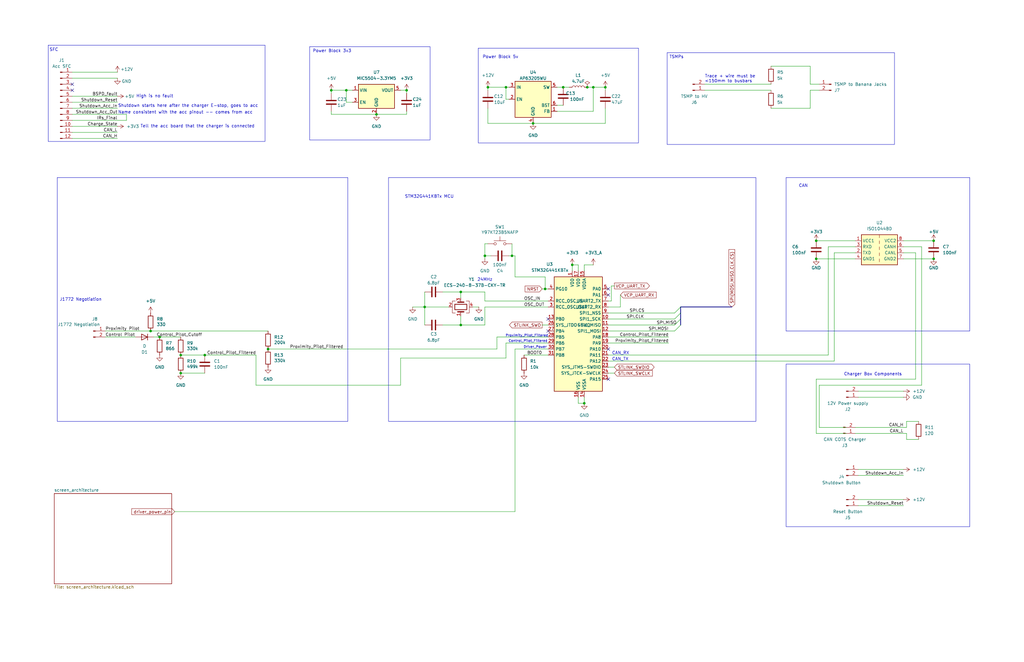
<source format=kicad_sch>
(kicad_sch (version 20250114) (generator "eeschema") (generator_version "9.0")
  (paper "B")
  (title_block (title "FS-4 Charging Board") (date "2026-01-16") (company "Formula Slug") (comment 1 "Mihir Bhagatwala, Amber Huang, Teddy Li, Mathis Delombaerde"))
  (lib_symbols
    (symbol "Connector:Conn_01x02_Pin" (pin_names (offset 1.016) (hide yes))
      (property "Reference" "J" (at 0 2.54 0))
      (property "Value" "Conn_01x02_Pin" (at 0 -5.08 0))
      (symbol "Conn_01x02_Pin_1_1"
        (pin passive line (at 5.08 0 180) (length 3.81) (name "Pin_1") (number "1"))
        (pin passive line (at 5.08 -2.54 180) (length 3.81) (name "Pin_2") (number "2"))
      )
    )
    (symbol "Connector:Conn_01x12_Pin" (pin_names (offset 1.016) (hide yes))
      (property "Reference" "J" (at 0 15.24 0))
      (property "Value" "Conn_01x12_Pin" (at 0 -17.78 0))
      (symbol "Conn_01x12_Pin_1_1"
        (pin passive line (at 5.08 12.7 180) (length 3.81) (name "Pin_1") (number "1"))
        (pin passive line (at 5.08 10.16 180) (length 3.81) (name "Pin_2") (number "2"))
        (pin passive line (at 5.08 7.62 180) (length 3.81) (name "Pin_3") (number "3"))
        (pin passive line (at 5.08 5.08 180) (length 3.81) (name "Pin_4") (number "4"))
        (pin passive line (at 5.08 2.54 180) (length 3.81) (name "Pin_5") (number "5"))
        (pin passive line (at 5.08 0 180) (length 3.81) (name "Pin_6") (number "6"))
        (pin passive line (at 5.08 -2.54 180) (length 3.81) (name "Pin_7") (number "7"))
        (pin passive line (at 5.08 -5.08 180) (length 3.81) (name "Pin_8") (number "8"))
        (pin passive line (at 5.08 -7.62 180) (length 3.81) (name "Pin_9") (number "9"))
        (pin passive line (at 5.08 -10.16 180) (length 3.81) (name "Pin_10") (number "10"))
        (pin passive line (at 5.08 -12.7 180) (length 3.81) (name "Pin_11") (number "11"))
        (pin passive line (at 5.08 -15.24 180) (length 3.81) (name "Pin_12") (number "12"))
      )
    )
    (symbol "Device:C" (pin_numbers (hide yes)) (pin_names (offset 0.254))
      (property "Reference" "C" (at 0.635 2.54 0))
      (property "Value" "C" (at 0.635 -2.54 0))
      (symbol "C_1_1"
        (pin passive line (at 0 3.81 270) (length 2.794) (name "~") (number "1"))
        (pin passive line (at 0 -3.81 90) (length 2.794) (name "~") (number "2"))
      )
    )
    (symbol "Device:Crystal_GND24" (pin_names (offset 1.016) (hide yes))
      (property "Reference" "Y" (at 3.175 5.08 0))
      (property "Value" "Crystal_GND24" (at 3.175 3.175 0))
      (symbol "Crystal_GND24_1_1"
        (pin passive line (at -3.81 0 0) (length 1.27) (name "1") (number "1"))
        (pin passive line (at 0 5.08 270) (length 1.27) (name "2") (number "2"))
        (pin passive line (at 0 -5.08 90) (length 1.27) (name "4") (number "4"))
        (pin passive line (at 3.81 0 180) (length 1.27) (name "3") (number "3"))
      )
    )
    (symbol "Device:D" (pin_numbers (hide yes)) (pin_names (offset 1.016) (hide yes))
      (property "Reference" "D" (at 0 2.54 0))
      (property "Value" "D" (at 0 -2.54 0))
      (symbol "D_1_1"
        (pin passive line (at -3.81 0 0) (length 2.54) (name "K") (number "1"))
        (pin passive line (at 3.81 0 180) (length 2.54) (name "A") (number "2"))
      )
    )
    (symbol "Device:L" (pin_numbers (hide yes)) (pin_names (offset 1.016) (hide yes))
      (property "Reference" "L" (at -1.27 0 90))
      (property "Value" "L" (at 1.905 0 90))
      (symbol "L_1_1"
        (pin passive line (at 0 3.81 270) (length 1.27) (name "1") (number "1"))
        (pin passive line (at 0 -3.81 90) (length 1.27) (name "2") (number "2"))
      )
    )
    (symbol "Device:R" (pin_numbers (hide yes)) (pin_names (offset 0))
      (property "Reference" "R" (at 2.032 0 90))
      (property "Value" "R" (at 0 0 90))
      (symbol "R_1_1"
        (pin passive line (at 0 3.81 270) (length 1.27) (name "~") (number "1"))
        (pin passive line (at 0 -3.81 90) (length 1.27) (name "~") (number "2"))
      )
    )
    (symbol "Interface_CAN_LIN:ISO1044BD"
      (property "Reference" "U" (at -6.35 6.35 0))
      (property "Value" "ISO1044BD" (at 2.54 6.35 0))
      (symbol "ISO1044BD_1_1"
        (pin power_in line (at -10.16 2.54 0) (length 2.54) (name "VCC1") (number "1"))
        (pin output line (at -10.16 0 0) (length 2.54) (name "RXD") (number "3"))
        (pin input line (at -10.16 -2.54 0) (length 2.54) (name "TXD") (number "2"))
        (pin power_in line (at -10.16 -5.08 0) (length 2.54) (name "GND1") (number "4"))
        (pin power_in line (at 10.16 2.54 180) (length 2.54) (name "VCC2") (number "8"))
        (pin bidirectional line (at 10.16 0 180) (length 2.54) (name "CANH") (number "6"))
        (pin bidirectional line (at 10.16 -2.54 180) (length 2.54) (name "CANL") (number "5"))
        (pin power_in line (at 10.16 -5.08 180) (length 2.54) (name "GND2") (number "7"))
      )
    )
    (symbol "MCU_ST_STM32G4:STM32G441KBTx"
      (property "Reference" "U" (at -10.16 26.67 0))
      (property "Value" "STM32G441KBTx" (at 5.08 26.67 0))
      (symbol "STM32G441KBTx_1_1"
        (pin bidirectional line (at -12.7 20.32 0) (length 2.54) (name "PG10") (number "4"))
        (pin bidirectional line (at -12.7 15.24 0) (length 2.54) (name "PF0") (number "2") (alternate "RCC_OSC_IN" bidirectional line))
        (pin bidirectional line (at -12.7 12.7 0) (length 2.54) (name "PF1") (number "3") (alternate "RCC_OSC_OUT" bidirectional line))
        (pin bidirectional line (at -12.7 7.62 0) (length 2.54) (name "PB0") (number "13"))
        (pin bidirectional line (at -12.7 5.08 0) (length 2.54) (name "PB3") (number "26") (alternate "SPI1_SCK" bidirectional line) (alternate "SYS_JTDO-SWO" bidirectional line) (alternate "USART2_TX" bidirectional line))
        (pin bidirectional line (at -12.7 2.54 0) (length 2.54) (name "PB4") (number "27") (alternate "SPI1_MISO" bidirectional line) (alternate "USART2_RX" bidirectional line))
        (pin bidirectional line (at -12.7 0 0) (length 2.54) (name "PB5") (number "28") (alternate "SPI1_MOSI" bidirectional line))
        (pin bidirectional line (at -12.7 -2.54 0) (length 2.54) (name "PB6") (number "29"))
        (pin bidirectional line (at -12.7 -5.08 0) (length 2.54) (name "PB7") (number "30"))
        (pin bidirectional line (at -12.7 -7.62 0) (length 2.54) (name "PB8") (number "31"))
        (pin power_in line (at -2.54 27.94 270) (length 2.54) (name "VDD") (number "1"))
        (pin power_in line (at 0 27.94 270) (length 2.54) (name "VDD") (number "17"))
        (pin power_in line (at 0 -25.4 90) (length 2.54) (name "VSS") (number "16"))
        (pin passive line (at 0 -25.4 90) (length 2.54) (hide yes) (name "VSS") (number "32"))
        (pin power_in line (at 2.54 27.94 270) (length 2.54) (name "VDDA") (number "15"))
        (pin power_in line (at 2.54 -25.4 90) (length 2.54) (name "VSSA") (number "14"))
        (pin bidirectional line (at 12.7 20.32 180) (length 2.54) (name "PA0") (number "5"))
        (pin bidirectional line (at 12.7 17.78 180) (length 2.54) (name "PA1") (number "6"))
        (pin bidirectional line (at 12.7 15.24 180) (length 2.54) (name "PA2") (number "7") (alternate "USART2_TX" bidirectional line))
        (pin bidirectional line (at 12.7 12.7 180) (length 2.54) (name "PA3") (number "8") (alternate "USART2_RX" bidirectional line))
        (pin bidirectional line (at 12.7 10.16 180) (length 2.54) (name "PA4") (number "9") (alternate "SPI1_NSS" bidirectional line))
        (pin bidirectional line (at 12.7 7.62 180) (length 2.54) (name "PA5") (number "10") (alternate "SPI1_SCK" bidirectional line))
        (pin bidirectional line (at 12.7 5.08 180) (length 2.54) (name "PA6") (number "11") (alternate "SPI1_MISO" bidirectional line))
        (pin bidirectional line (at 12.7 2.54 180) (length 2.54) (name "PA7") (number "12") (alternate "SPI1_MOSI" bidirectional line))
        (pin bidirectional line (at 12.7 0 180) (length 2.54) (name "PA8") (number "18"))
        (pin bidirectional line (at 12.7 -2.54 180) (length 2.54) (name "PA9") (number "19"))
        (pin bidirectional line (at 12.7 -5.08 180) (length 2.54) (name "PA10") (number "20"))
        (pin bidirectional line (at 12.7 -7.62 180) (length 2.54) (name "PA11") (number "21"))
        (pin bidirectional line (at 12.7 -10.16 180) (length 2.54) (name "PA12") (number "22"))
        (pin bidirectional line (at 12.7 -12.7 180) (length 2.54) (name "PA13") (number "23") (alternate "SYS_JTMS-SWDIO" bidirectional line))
        (pin bidirectional line (at 12.7 -15.24 180) (length 2.54) (name "PA14") (number "24") (alternate "SYS_JTCK-SWCLK" bidirectional line) (alternate "USART2_TX" bidirectional line))
        (pin bidirectional line (at 12.7 -17.78 180) (length 2.54) (name "PA15") (number "25") (alternate "SPI1_NSS" bidirectional line) (alternate "USART2_RX" bidirectional line))
      )
    )
    (symbol "Regulator_Linear:MIC5504-3.3YM5"
      (property "Reference" "U" (at -7.62 8.89 0))
      (property "Value" "MIC5504-3.3YM5" (at -7.62 6.35 0))
      (symbol "MIC5504-3.3YM5_1_1"
        (pin power_in line (at -10.16 2.54 0) (length 2.54) (name "VIN") (number "1"))
        (pin input line (at -10.16 -2.54 0) (length 2.54) (name "EN") (number "3"))
        (pin power_in line (at 0 -7.62 90) (length 2.54) (name "GND") (number "2"))
        (pin no_connect line (at 7.62 -2.54 180) (length 2.54) (hide yes) (name "NC") (number "4"))
        (pin power_out line (at 10.16 2.54 180) (length 2.54) (name "VOUT") (number "5"))
      )
    )
    (symbol "Regulator_Switching:AP63205WU"
      (property "Reference" "U1" (at 0 13.97 0))
      (property "Value" "AP63205WU" (at 0 11.43 0))
      (symbol "AP63205WU_1_1"
        (pin power_in line (at -10.16 7.62 0) (length 2.54) (name "IN") (number "3"))
        (pin input line (at -10.16 2.54 0) (length 2.54) (name "EN") (number "2"))
        (pin power_in line (at 0 -7.62 90) (length 2.54) (name "GND") (number "4"))
        (pin output line (at 10.16 7.62 180) (length 2.54) (name "SW") (number "5"))
        (pin passive line (at 10.16 0 180) (length 2.54) (name "BST") (number "6"))
        (pin input line (at 10.16 -2.54 180) (length 2.54) (name "FB") (number "1"))
      )
    )
    (symbol "Switch:SW_Push" (pin_numbers (hide yes)) (pin_names (offset 1.016) (hide yes))
      (property "Reference" "SW" (at 1.27 2.54 0))
      (property "Value" "SW_Push" (at 0 -1.524 0))
      (symbol "SW_Push_0_1"
        (pin passive line (at -5.08 0 0) (length 2.54) (name "1") (number "1"))
        (pin passive line (at 5.08 0 180) (length 2.54) (name "2") (number "2"))
      )
    )
    (symbol "power:+12V" (power) (pin_numbers (hide yes)) (pin_names (offset 0) (hide yes))
      (property "Value" "+12V" (at 0 3.556 0))
      (symbol "+12V_1_1"
        (pin power_in line (at 0 0 90) (length 0) (name "~") (number "1"))
      )
    )
    (symbol "power:+3V3" (power) (pin_numbers (hide yes)) (pin_names (offset 0) (hide yes))
      (property "Value" "+3V3" (at 0 3.556 0))
      (symbol "+3V3_1_1"
        (pin power_in line (at 0 0 90) (length 0) (name "~") (number "1"))
      )
    )
    (symbol "power:+5V" (power) (pin_numbers (hide yes)) (pin_names (offset 0) (hide yes))
      (property "Value" "+5V" (at 0 3.556 0))
      (symbol "+5V_1_1"
        (pin power_in line (at 0 0 90) (length 0) (name "~") (number "1"))
      )
    )
    (symbol "power:GND" (power) (pin_numbers (hide yes)) (pin_names (offset 0) (hide yes))
      (property "Value" "GND" (at 0 -3.81 0))
      (symbol "GND_1_1"
        (pin power_in line (at 0 0 270) (length 0) (name "~") (number "1"))
      )
    )
    (symbol "power:PWR_FLAG" (power) (pin_numbers (hide yes)) (pin_names (offset 0) (hide yes))
      (property "Value" "PWR_FLAG" (at 0 3.81 0))
      (symbol "PWR_FLAG_0_0"
        (pin power_out line (at 0 0 90) (length 0) (name "~") (number "1"))
      )
    )
  )
  (rectangle (start 331.47 153.67) (end 408.94 222.25))
  (rectangle (start 281.305 22.225) (end 377.19 60.96))
  (rectangle (start 24.13 74.93) (end 146.685 177.8))
  (rectangle (start 201.676 20.32) (end 269.24 60.325))
  (rectangle (start 20.32 19.05) (end 111.76 59.69))
  (rectangle (start 163.83 74.93) (end 318.77 177.8))
  (rectangle (start 331.47 74.93) (end 408.94 139.7))
  (rectangle (start 130.556 19.685) (end 181.356 59.055))
  (text "Trace + wire must be\n<150mm to busbars" (at 297.18 33.274 0) (effects (font (size 1.27 1.27)) (justify left)))
  (text "Driver_Power" (at 220.726 146.558 0) (effects (font (size 1.016 1.016)) (justify left)))
  (text "CAN_TX" (at 258.064 151.638 0) (effects (font (size 1.27 1.27)) (justify left)))
  (text "Shutdown starts here after the charger E-stop, goes to acc" (at 49.784 44.704 0) (effects (font (size 1.27 1.27)) (justify left)))
  (text "CAN_RX" (at 258.064 149.098 0) (effects (font (size 1.27 1.27)) (justify left)))
  (text "Proximity_Pilot_Filtered" (at 213.106 141.732 0) (effects (font (size 1.016 1.016)) (justify left)))
  (text "STM32G441KBTx MCU" (at 170.688 82.296 0) (effects (font (size 1.27 1.27)) (justify left top)))
  (text "Tell the acc board that the charger is connected" (at 59.182 53.34 0) (effects (font (size 1.27 1.27)) (justify left)))
  (text "CAN" (at 336.804 78.486 0) (effects (font (size 1.27 1.27)) (justify left)))
  (text "J1772 Negotiation" (at 25.146 126.492 0) (effects (font (size 1.27 1.27)) (justify left)))
  (text "SFC" (at 20.828 21.082 0) (effects (font (size 1.27 1.27)) (justify left)))
  (text "Power Block 5v\n\n\n" (at 203.454 26.162 0) (effects (font (size 1.27 1.27)) (justify left)))
  (text "High is no fault" (at 57.404 40.64 0) (effects (font (size 1.27 1.27)) (justify left)))
  (text "TSMPs" (at 282.194 24.13 0) (effects (font (size 1.27 1.27)) (justify left)))
  (text "Control_Pilot_Filtered" (at 214.376 144.018 0) (effects (font (size 1.016 1.016)) (justify left)))
  (text "Charger Box Components" (at 355.854 157.988 0) (effects (font (size 1.27 1.27)) (justify left)))
  (text "Power Block 3v3" (at 131.826 21.59 0) (effects (font (size 1.27 1.27)) (justify left)))
  (text "24MHz" (at 204.47 118.11 0) (effects (font (size 1.27 1.27))))
  (text "Name consistent with the acc pinout -- comes from acc" (at 49.784 47.498 0) (effects (font (size 1.27 1.27)) (justify left)))
  (junction (at 194.31 137.16))
  (junction (at 158.75 48.26))
  (junction (at 393.7 109.22))
  (junction (at 393.7 101.6))
  (junction (at 146.05 38.1))
  (junction (at 67.31 142.24))
  (junction (at 241.3 111.76))
  (junction (at 139.7 38.1))
  (junction (at 246.38 170.18))
  (junction (at 63.5 139.7))
  (junction (at 205.74 36.83))
  (junction (at 224.79 52.07))
  (junction (at 237.49 36.83))
  (junction (at 247.65 36.83))
  (junction (at 344.17 109.22))
  (junction (at 86.36 149.86))
  (junction (at 113.03 147.32))
  (junction (at 204.47 107.95))
  (junction (at 171.45 38.1))
  (junction (at 213.36 36.83))
  (junction (at 215.9 107.95))
  (junction (at 194.31 123.19))
  (junction (at 229.87 121.92))
  (junction (at 76.2 157.48))
  (junction (at 179.07 129.54))
  (junction (at 344.17 101.6))
  (junction (at 76.2 149.86))
  (junction (at 250.19 36.83))
  (junction (at 255.27 36.83))
  (no_connect (at 231.14 134.62))
  (no_connect (at 30.48 38.1))
  (no_connect (at 231.14 139.7))
  (no_connect (at 256.54 147.32))
  (no_connect (at 256.54 121.92))
  (no_connect (at 30.48 35.56))
  (no_connect (at 256.54 124.46))
  (no_connect (at 256.54 160.02))
  (bus_entry (at 284.48 137.16) (size 2.54 -2.54))
  (bus_entry (at 284.48 139.7) (size 2.54 -2.54))
  (bus_entry (at 284.48 132.08) (size 2.54 -2.54))
  (bus_entry (at 284.48 134.62) (size 2.54 -2.54))
  (wire (pts (xy 382.27 182.88) (xy 382.27 185.42)))
  (wire (pts (xy 257.81 120.65) (xy 257.81 127)))
  (wire (pts (xy 76.2 149.86) (xy 86.36 149.86)))
  (wire (pts (xy 229.87 121.92) (xy 229.87 116.84)))
  (wire (pts (xy 168.91 162.56) (xy 168.91 151.13)))
  (wire (pts (xy 386.08 106.68) (xy 386.08 160.02)))
  (wire (pts (xy 250.19 46.99) (xy 234.95 46.99)))
  (wire (pts (xy 204.47 107.95) (xy 207.01 107.95)))
  (wire (pts (xy 30.48 40.64) (xy 49.53 40.64)))
  (wire (pts (xy 148.59 38.1) (xy 146.05 38.1)))
  (wire (pts (xy 139.7 38.1) (xy 139.7 39.37)))
  (wire (pts (xy 228.6 137.16) (xy 231.14 137.16)))
  (wire (pts (xy 139.7 48.26) (xy 158.75 48.26)))
  (wire (pts (xy 44.45 142.24) (xy 57.15 142.24)))
  (wire (pts (xy 214.63 107.95) (xy 215.9 107.95)))
  (wire (pts (xy 246.38 111.76) (xy 250.19 111.76)))
  (wire (pts (xy 388.62 104.14) (xy 388.62 162.56)))
  (wire (pts (xy 341.63 35.56) (xy 345.44 35.56)))
  (wire (pts (xy 381 101.6) (xy 393.7 101.6)))
  (wire (pts (xy 361.95 198.12) (xy 381 198.12)))
  (wire (pts (xy 246.38 111.76) (xy 246.38 114.3)))
  (wire (pts (xy 30.48 58.42) (xy 49.53 58.42)))
  (wire (pts (xy 388.62 162.56) (xy 345.44 162.56)))
  (wire (pts (xy 382.27 177.8) (xy 387.35 177.8)))
  (wire (pts (xy 256.54 132.08) (xy 284.48 132.08)))
  (wire (pts (xy 186.69 123.19) (xy 194.31 123.19)))
  (wire (pts (xy 360.68 180.34) (xy 382.27 180.34)))
  (wire (pts (xy 204.47 123.19) (xy 204.47 127)))
  (wire (pts (xy 204.47 137.16) (xy 194.31 137.16)))
  (wire (pts (xy 139.7 46.99) (xy 139.7 48.26)))
  (wire (pts (xy 204.47 129.54) (xy 231.14 129.54)))
  (wire (pts (xy 224.79 52.07) (xy 255.27 52.07)))
  (wire (pts (xy 30.48 30.48) (xy 49.53 30.48)))
  (wire (pts (xy 255.27 38.1) (xy 255.27 36.83)))
  (wire (pts (xy 53.34 48.26) (xy 53.34 50.8)))
  (wire (pts (xy 213.36 36.83) (xy 214.63 36.83)))
  (wire (pts (xy 386.08 160.02) (xy 344.17 160.02)))
  (wire (pts (xy 344.17 109.22) (xy 360.68 109.22)))
  (wire (pts (xy 205.74 36.83) (xy 213.36 36.83)))
  (wire (pts (xy 194.31 125.73) (xy 194.31 123.19)))
  (wire (pts (xy 209.55 142.24) (xy 231.14 142.24)))
  (wire (pts (xy 209.55 147.32) (xy 209.55 142.24)))
  (wire (pts (xy 213.36 36.83) (xy 213.36 41.91)))
  (wire (pts (xy 360.68 106.68) (xy 351.79 106.68)))
  (wire (pts (xy 256.54 142.24) (xy 281.94 142.24)))
  (wire (pts (xy 220.98 149.86) (xy 231.14 149.86)))
  (wire (pts (xy 246.38 167.64) (xy 246.38 170.18)))
  (wire (pts (xy 107.95 162.56) (xy 107.95 149.86)))
  (wire (pts (xy 204.47 109.22) (xy 204.47 107.95)))
  (wire (pts (xy 234.95 36.83) (xy 237.49 36.83)))
  (wire (pts (xy 256.54 157.48) (xy 259.08 157.48)))
  (wire (pts (xy 63.5 139.7) (xy 113.03 139.7)))
  (bus (pts (xy 287.02 132.08) (xy 287.02 134.62)))
  (wire (pts (xy 179.07 123.19) (xy 179.07 129.54)))
  (wire (pts (xy 360.68 104.14) (xy 349.25 104.14)))
  (wire (pts (xy 241.3 111.76) (xy 243.84 111.76)))
  (wire (pts (xy 148.59 43.18) (xy 146.05 43.18)))
  (wire (pts (xy 73.66 215.9) (xy 217.17 215.9)))
  (wire (pts (xy 205.74 45.72) (xy 205.74 52.07)))
  (wire (pts (xy 257.81 127) (xy 256.54 127)))
  (wire (pts (xy 44.45 139.7) (xy 63.5 139.7)))
  (wire (pts (xy 261.62 124.46) (xy 261.62 129.54)))
  (wire (pts (xy 199.39 129.54) (xy 201.93 129.54)))
  (wire (pts (xy 204.47 129.54) (xy 204.47 137.16)))
  (wire (pts (xy 344.17 182.88) (xy 356.87 182.88)))
  (wire (pts (xy 261.62 129.54) (xy 256.54 129.54)))
  (wire (pts (xy 341.63 45.72) (xy 341.63 38.1)))
  (wire (pts (xy 325.12 27.94) (xy 341.63 27.94)))
  (wire (pts (xy 67.31 142.24) (xy 76.2 142.24)))
  (wire (pts (xy 139.7 38.1) (xy 146.05 38.1)))
  (wire (pts (xy 194.31 123.19) (xy 204.47 123.19)))
  (wire (pts (xy 107.95 149.86) (xy 86.36 149.86)))
  (wire (pts (xy 30.48 45.72) (xy 49.53 45.72)))
  (wire (pts (xy 171.45 46.99) (xy 171.45 48.26)))
  (wire (pts (xy 228.6 121.92) (xy 229.87 121.92)))
  (wire (pts (xy 243.84 111.76) (xy 243.84 114.3)))
  (wire (pts (xy 351.79 106.68) (xy 351.79 152.4)))
  (wire (pts (xy 241.3 111.76) (xy 241.3 114.3)))
  (bus (pts (xy 287.02 134.62) (xy 287.02 137.16)))
  (wire (pts (xy 297.18 38.1) (xy 325.12 38.1)))
  (wire (pts (xy 30.48 50.8) (xy 53.34 50.8)))
  (wire (pts (xy 256.54 144.78) (xy 281.94 144.78)))
  (wire (pts (xy 217.17 147.32) (xy 231.14 147.32)))
  (wire (pts (xy 250.19 36.83) (xy 250.19 46.99)))
  (wire (pts (xy 30.48 55.88) (xy 49.53 55.88)))
  (wire (pts (xy 204.47 102.87) (xy 205.74 102.87)))
  (wire (pts (xy 194.31 133.35) (xy 194.31 137.16)))
  (wire (pts (xy 171.45 39.37) (xy 171.45 38.1)))
  (wire (pts (xy 229.87 121.92) (xy 231.14 121.92)))
  (wire (pts (xy 382.27 185.42) (xy 387.35 185.42)))
  (wire (pts (xy 250.19 36.83) (xy 255.27 36.83)))
  (wire (pts (xy 361.95 210.82) (xy 381 210.82)))
  (wire (pts (xy 205.74 36.83) (xy 205.74 38.1)))
  (wire (pts (xy 381 104.14) (xy 388.62 104.14)))
  (wire (pts (xy 146.05 43.18) (xy 146.05 38.1)))
  (wire (pts (xy 113.03 147.32) (xy 209.55 147.32)))
  (wire (pts (xy 256.54 134.62) (xy 284.48 134.62)))
  (wire (pts (xy 213.36 144.78) (xy 231.14 144.78)))
  (wire (pts (xy 179.07 129.54) (xy 189.23 129.54)))
  (wire (pts (xy 247.65 36.83) (xy 250.19 36.83)))
  (wire (pts (xy 361.95 213.36) (xy 381 213.36)))
  (wire (pts (xy 349.25 104.14) (xy 349.25 149.86)))
  (wire (pts (xy 217.17 116.84) (xy 217.17 107.95)))
  (wire (pts (xy 179.07 129.54) (xy 179.07 137.16)))
  (wire (pts (xy 256.54 137.16) (xy 284.48 137.16)))
  (bus (pts (xy 287.02 129.54) (xy 287.02 132.08)))
  (wire (pts (xy 256.54 154.94) (xy 259.08 154.94)))
  (wire (pts (xy 255.27 45.72) (xy 255.27 52.07)))
  (wire (pts (xy 173.99 129.54) (xy 179.07 129.54)))
  (wire (pts (xy 30.48 48.26) (xy 53.34 48.26)))
  (wire (pts (xy 217.17 147.32) (xy 217.17 215.9)))
  (wire (pts (xy 257.81 120.65) (xy 259.08 120.65)))
  (wire (pts (xy 171.45 48.26) (xy 158.75 48.26)))
  (wire (pts (xy 360.68 182.88) (xy 382.27 182.88)))
  (wire (pts (xy 341.63 27.94) (xy 341.63 35.56)))
  (wire (pts (xy 30.48 33.02) (xy 49.53 33.02)))
  (wire (pts (xy 345.44 162.56) (xy 345.44 180.34)))
  (wire (pts (xy 64.77 142.24) (xy 67.31 142.24)))
  (wire (pts (xy 213.36 144.78) (xy 213.36 151.13)))
  (wire (pts (xy 30.48 43.18) (xy 49.53 43.18)))
  (wire (pts (xy 361.95 167.64) (xy 381 167.64)))
  (wire (pts (xy 243.84 167.64) (xy 243.84 170.18)))
  (wire (pts (xy 186.69 137.16) (xy 194.31 137.16)))
  (wire (pts (xy 213.36 41.91) (xy 214.63 41.91)))
  (wire (pts (xy 381 109.22) (xy 393.7 109.22)))
  (wire (pts (xy 344.17 101.6) (xy 360.68 101.6)))
  (wire (pts (xy 325.12 45.72) (xy 341.63 45.72)))
  (bus (pts (xy 287.02 129.54) (xy 308.61 129.54)))
  (wire (pts (xy 256.54 149.86) (xy 349.25 149.86)))
  (wire (pts (xy 30.48 53.34) (xy 49.53 53.34)))
  (wire (pts (xy 341.63 38.1) (xy 345.44 38.1)))
  (wire (pts (xy 205.74 52.07) (xy 224.79 52.07)))
  (wire (pts (xy 237.49 36.83) (xy 240.03 36.83)))
  (wire (pts (xy 361.95 200.66) (xy 381 200.66)))
  (wire (pts (xy 204.47 102.87) (xy 204.47 107.95)))
  (wire (pts (xy 215.9 102.87) (xy 215.9 107.95)))
  (wire (pts (xy 345.44 180.34) (xy 356.87 180.34)))
  (wire (pts (xy 382.27 180.34) (xy 382.27 177.8)))
  (wire (pts (xy 204.47 127) (xy 231.14 127)))
  (wire (pts (xy 168.91 151.13) (xy 213.36 151.13)))
  (wire (pts (xy 76.2 157.48) (xy 86.36 157.48)))
  (wire (pts (xy 256.54 152.4) (xy 351.79 152.4)))
  (wire (pts (xy 361.95 165.1) (xy 381 165.1)))
  (wire (pts (xy 381 106.68) (xy 386.08 106.68)))
  (wire (pts (xy 243.84 170.18) (xy 246.38 170.18)))
  (wire (pts (xy 344.17 160.02) (xy 344.17 182.88)))
  (wire (pts (xy 107.95 162.56) (xy 168.91 162.56)))
  (wire (pts (xy 256.54 139.7) (xy 284.48 139.7)))
  (wire (pts (xy 171.45 38.1) (xy 168.91 38.1)))
  (wire (pts (xy 217.17 116.84) (xy 229.87 116.84)))
  (wire (pts (xy 237.49 44.45) (xy 234.95 44.45)))
  (wire (pts (xy 297.18 35.56) (xy 325.12 35.56)))
  (wire (pts (xy 215.9 107.95) (xy 217.17 107.95)))
  (label "Proximity_Pilot_Filtered" (at 281.94 144.78 180))
  (label "Shutdown_Acc_In" (at 49.53 45.72 180))
  (label "OSC_IN" (at 220.98 127 0))
  (label "Charge_State" (at 49.53 53.34 180))
  (label "CAN_H" (at 49.53 58.42 180))
  (label "SPI.CLK" (at 264.16 134.62 0))
  (label "Proximity_Pilot_Filtered" (at 144.78 147.32 180))
  (label "BOOT0" (at 222.25 149.86 0))
  (label "BSPD_fault" (at 49.53 40.64 180))
  (label "CAN_H" (at 381 180.34 180))
  (label "OSC_OUT" (at 220.98 129.54 0))
  (label "CAN_L" (at 381 182.88 180))
  (label "CAN_L" (at 49.53 55.88 180))
  (label "Control_Pilot_Filtered" (at 281.94 142.24 180))
  (label "Control_Pilot_Cutoff" (at 66.04 142.24 0))
  (label "SPI.MOSI" (at 281.94 139.7 180))
  (label "SPI.CS" (at 265.43 132.08 0))
  (label "Shutdown_Acc_In" (at 381 200.66 180))
  (label "Proximity Pilot" (at 44.45 139.7 0))
  (label "IRs_Final" (at 49.53 50.8 180))
  (label "SPI.MISO" (at 276.86 137.16 0))
  (label "Shutdown_Acc_Out" (at 49.53 48.26 180))
  (label "Control_Pilot_Filtered" (at 107.95 149.86 180))
  (label "Control Pilot" (at 44.45 142.24 0))
  (label "Shutdown_Reset" (at 381 213.36 180))
  (label "Shutdown_Reset" (at 49.53 43.18 180))
  (global_label "VCP_UART_TX" (shape output) (at 259.08 120.65 0) (property "Intersheetrefs" "${INTERSHEET_REFS}" (effects (hide yes))))
  (global_label "STLINK_SWCLK" (shape input) (at 259.08 157.48 0) (property "Intersheetrefs" "${INTERSHEET_REFS}" (effects (hide yes))))
  (global_label "NRST" (shape input) (at 228.6 121.92 180) (property "Intersheetrefs" "${INTERSHEET_REFS}" (effects (hide yes))))
  (global_label "SPI(MOSI,MISO,CLK,CS)" (shape input) (at 308.61 129.54 90) (property "Intersheetrefs" "${INTERSHEET_REFS}" (effects (hide yes))))
  (global_label "STLINK_SWO" (shape output) (at 228.6 137.16 180) (property "Intersheetrefs" "${INTERSHEET_REFS}" (effects (hide yes))))
  (global_label "driver_power_pin" (shape input) (at 73.66 215.9 180) (property "Intersheetrefs" "${INTERSHEET_REFS}" (effects (hide yes))))
  (global_label "VCP_UART_RX" (shape input) (at 261.62 124.46 0) (property "Intersheetrefs" "${INTERSHEET_REFS}" (effects (hide yes))))
  (global_label "STLINK_SWDIO" (shape bidirectional) (at 259.08 154.94 0) (property "Intersheetrefs" "${INTERSHEET_REFS}" (effects (hide yes))))
  (symbol (lib_id "power:PWR_FLAG") (at 247.65 36.83 0) (unit 1)
    (property "Reference" "#FLG0101" (effects (hide yes)))
    (property "Value" "PWR_FLAG" (effects (hide yes)))
    (property "Description" "Special symbol for telling ERC where power comes from" (effects (hide yes)))
  )
  (symbol (lib_id "Device:R") (at 63.5 135.89 0) (unit 1)
    (property "Reference" "R8" (at 66.04 134.6199 0) (effects (justify left)))
    (property "Value" "330" (at 66.04 136.906 0) (effects (justify left)))
    (property "Footprint" "Resistor_SMD:R_0805_2012Metric_Pad1.20x1.40mm_HandSolder" (effects (hide yes)))
    (property "Description" "Resistor" (effects (hide yes)))
  )
  (symbol (lib_id "Device:Crystal_GND24") (at 194.31 129.54 90) (unit 1)
    (property "Reference" "Y1" (at 198.882 117.856 90))
    (property "Value" "ECS-240-8-37B-CKY-TR" (at 200.152 120.396 90))
    (property "Footprint" "Crystal:Crystal_SMD_2016-4Pin_2.0x1.6mm" (effects (hide yes)))
    (property "Datasheet" "https://ecsxtal.com/store/pdf/ECX-1637B.pdf" (effects (hide yes)))
    (property "Description" "Four pin crystal, GND on pins 2 and 4" (effects (hide yes)))
    (property "Digi PN" "XC3063CT-ND" (effects (hide yes)))
    (property "MFG" "ECS" (effects (hide yes)))
    (property "MFG PN" "ECS-240-8-37B-CKY-TR" (effects (hide yes)))
    (property "Digi URL" "https://www.digikey.com/en/products/detail/ecs-inc/ECS-240-8-37B-CKY-TR/9838850" (effects (hide yes)))
  )
  (symbol (lib_id "Device:D") (at 60.96 142.24 0) (mirror y) (unit 1)
    (property "Reference" "D1" (at 60.96 148.59 0))
    (property "Value" "D" (at 60.96 146.05 0))
    (property "Footprint" "Diode_SMD:D_0805_2012Metric_Pad1.15x1.40mm_HandSolder" (effects (hide yes)))
    (property "Description" "Diode" (effects (hide yes)))
    (property "Sim.Device" "D" (effects (hide yes)))
    (property "Sim.Pins" "1=K 2=A" (effects (hide yes)))
  )
  (symbol (lib_id "Connector:Conn_01x02_Pin") (at 355.6 182.88 0) (mirror x) (unit 1)
    (property "Reference" "J3" (at 356.235 187.96 0))
    (property "Value" "CAN COTS Charger" (at 356.235 185.42 0))
    (property "Footprint" "Connector_Molex:Molex_Nano-Fit_105309-xx02_1x02_P2.50mm_Vertical" (effects (hide yes)))
    (property "Description" "Generic connector, single row, 01x02, script generated" (effects (hide yes)))
  )
  (symbol (lib_id "power:+3V3") (at 250.19 111.76 0) (unit 1)
    (property "Reference" "#PWR054" (effects (hide yes)))
    (property "Value" "+3V3_A" (at 250.19 106.68 0))
    (property "Description" "Power symbol creates a global label with name \"+3V3_A\"" (effects (hide yes)))
  )
  (symbol (lib_id "MCU_ST_STM32G4:STM32G441KBTx") (at 243.84 142.24 0) (unit 1)
    (property "Reference" "U3" (at 230.378 111.506 0) (effects (justify left)))
    (property "Value" "STM32G441KBTx" (at 224.028 114.046 0) (effects (justify left)))
    (property "Footprint" "Package_QFP:LQFP-32_7x7mm_P0.8mm" (effects (hide yes)))
    (property "Datasheet" "https://www.st.com/resource/en/datasheet/stm32g441kb.pdf" (effects (hide yes)))
    (property "Description" "STMicroelectronics Arm Cortex-M4 MCU, 128KB flash, 32KB RAM, 170 MHz, 1.71-3.6V, 26 GPIO, LQFP32" (effects (hide yes)))
    (property "Digi PN" "497-STM32G441KBT6-ND" (effects (hide yes)))
    (property "MFG" "STM" (effects (hide yes)))
    (property "MFG PN" "STM32G441KBT6" (effects (hide yes)))
    (property "Digi URL" "https://www.digikey.com/en/products/detail/stmicroelectronics/stm32g441kbt6/10326712" (effects (hide yes)))
    (pin "10" (alternate "SPI1_SCK"))
    (pin "24" (alternate "SYS_JTCK-SWCLK"))
    (pin "7" (alternate "USART2_TX"))
    (pin "9" (alternate "SPI1_NSS"))
    (pin "11" (alternate "SPI1_MISO"))
    (pin "8" (alternate "USART2_RX"))
    (pin "23" (alternate "SYS_JTMS-SWDIO"))
    (pin "12" (alternate "SPI1_MOSI"))
    (pin "2" (alternate "RCC_OSC_IN"))
    (pin "3" (alternate "RCC_OSC_OUT"))
    (pin "26" (alternate "SYS_JTDO-SWO"))
  )
  (symbol (lib_id "Connector:Conn_01x02_Pin") (at 356.87 213.36 0) (mirror x) (unit 1)
    (property "Reference" "J5" (at 357.505 218.44 0))
    (property "Value" "Reset Button" (at 357.505 215.9 0))
    (property "Footprint" "Connector_Molex:Molex_Nano-Fit_105309-xx02_1x02_P2.50mm_Vertical" (effects (hide yes)))
    (property "Description" "Generic connector, single row, 01x02, script generated" (effects (hide yes)))
  )
  (symbol (lib_id "Connector:Conn_01x02_Pin") (at 356.87 167.64 0) (mirror x) (unit 1)
    (property "Reference" "J2" (at 357.505 172.72 0))
    (property "Value" "12V Power supply" (at 357.505 170.18 0))
    (property "Footprint" "Connector_Molex:Molex_Nano-Fit_105309-xx02_1x02_P2.50mm_Vertical" (effects (hide yes)))
    (property "Description" "Generic connector, single row, 01x02, script generated" (effects (hide yes)))
  )
  (symbol (lib_id "Connector:Conn_01x02_Pin") (at 350.52 35.56 0) (mirror y) (unit 1)
    (property "Reference" "J7" (at 351.79 38.1001 0) (effects (justify right)))
    (property "Value" "TSMP to Banana Jacks" (at 351.79 35.5601 0) (effects (justify right)))
    (property "Footprint" "Connector_Molex:Molex_Nano-Fit_105309-xx02_1x02_P2.50mm_Vertical" (effects (hide yes)))
    (property "Description" "Generic connector, single row, 01x02, script generated" (effects (hide yes)))
  )
  (symbol (lib_id "power:+5V") (at 49.53 40.64 270) (mirror x) (unit 1)
    (property "Reference" "#PWR05" (effects (hide yes)))
    (property "Value" "+5V" (at 54.61 40.64 90))
    (property "Description" "Power symbol creates a global label with name \"+5V\"" (effects (hide yes)))
  )
  (symbol (lib_id "power:GND") (at 344.17 109.22 0) (unit 1)
    (property "Reference" "#PWR0103" (effects (hide yes)))
    (property "Value" "GND" (at 344.17 113.03 0))
    (property "Description" "Power symbol creates a global label with name \"GND\" , ground" (effects (hide yes)))
  )
  (symbol (lib_id "Device:C") (at 182.88 137.16 270) (unit 1)
    (property "Reference" "C3" (at 182.88 140.97 90))
    (property "Value" "6.8pF" (at 182.88 143.51 90))
    (property "Footprint" "Capacitor_SMD:C_0603_1608Metric_Pad1.08x0.95mm_HandSolder" (effects (hide yes)))
    (property "Datasheet" "https://www.yageogroup.com/download/specsheet/CC0603DRNPO9BN6R8" (effects (hide yes)))
    (property "Description" "Unpolarized capacitor" (effects (hide yes)))
    (property "Digi PN" "311-3874-1-ND" (effects (hide yes)))
    (property "MFG" "Yageo" (effects (hide yes)))
    (property "MFG PN" "CC0603DRNPO9BN6R8" (effects (hide yes)))
    (property "Digi URL" "https://www.digikey.com/en/products/detail/yageo/CC0603DRNPO9BN6R8/3767594" (effects (hide yes)))
  )
  (symbol (lib_id "Device:R") (at 220.98 153.67 0) (unit 1)
    (property "Reference" "R1" (at 223.52 152.3999 0) (effects (justify left)))
    (property "Value" "10k" (at 223.52 154.9399 0) (effects (justify left)))
    (property "Footprint" "Resistor_SMD:R_0603_1608Metric_Pad0.98x0.95mm_HandSolder" (effects (hide yes)))
    (property "Datasheet" "https://www.yageogroup.com/content/datasheet/asset/file/PYU-AC_51_ROHS_L" (effects (hide yes)))
    (property "Description" "Resistor" (effects (hide yes)))
    (property "Digi PN" "311-10KLDCT-ND" (effects (hide yes)))
    (property "MFG" "Yageo" (effects (hide yes)))
    (property "MFG PN" "AC0603FR-0710KL" (effects (hide yes)))
    (property "Digi URL" "https://www.digikey.com/en/products/detail/yageo/AC0603FR-0710KL/2827814" (effects (hide yes)))
  )
  (symbol (lib_id "Device:C") (at 255.27 41.91 180) (unit 1)
    (property "Reference" "C22" (at 257.81 40.64 0) (effects (justify right)))
    (property "Value" "47uF" (at 257.81 43.18 0) (effects (justify right)))
    (property "Footprint" "Capacitor_SMD:C_0805_2012Metric_Pad1.18x1.45mm_HandSolder" (effects (hide yes)))
    (property "Datasheet" "https://mm.digikey.com/Volume0/opasdata/d220001/medias/docus/658/CL21A476MQYNNNE_Spec.pdf" (effects (hide yes)))
    (property "Description" "Unpolarized capacitor" (effects (hide yes)))
    (property "Manufacturer" "Samsung Electro-Mechanics" (effects (hide yes)))
    (property "PN" "CL21A476MQYNNNE" (effects (hide yes)))
  )
  (symbol (lib_id "Device:C") (at 182.88 123.19 270) (unit 1)
    (property "Reference" "C2" (at 182.88 116.84 90))
    (property "Value" "6.8pF" (at 182.88 119.38 90))
    (property "Footprint" "Capacitor_SMD:C_0603_1608Metric_Pad1.08x0.95mm_HandSolder" (effects (hide yes)))
    (property "Datasheet" "https://www.yageogroup.com/download/specsheet/CC0603DRNPO9BN6R8" (effects (hide yes)))
    (property "Description" "Unpolarized capacitor" (effects (hide yes)))
    (property "Digi PN" "311-3874-1-ND" (effects (hide yes)))
    (property "MFG" "Yageo" (effects (hide yes)))
    (property "MFG PN" "CC0603DRNPO9BN6R8" (effects (hide yes)))
    (property "Digi URL" "https://www.digikey.com/en/products/detail/yageo/CC0603DRNPO9BN6R8/3767594" (effects (hide yes)))
  )
  (symbol (lib_id "Connector:Conn_01x12_Pin") (at 25.4 43.18 0) (unit 1)
    (property "Reference" "J1" (at 26.035 25.4 0))
    (property "Value" "Acc SFC" (at 26.035 27.94 0))
    (property "Footprint" "Connector_Molex:Molex_Nano-Fit_105310-xx12_2x06_P2.50mm_Vertical" (effects (hide yes)))
    (property "Description" "Generic connector, single row, 01x12, script generated" (effects (hide yes)))
  )
  (symbol (lib_id "Device:R") (at 113.03 143.51 0) (unit 1)
    (property "Reference" "R12" (at 115.57 142.2399 0) (effects (justify left)))
    (property "Value" "200k" (at 115.57 144.526 0) (effects (justify left)))
    (property "Footprint" "Resistor_SMD:R_0805_2012Metric_Pad1.20x1.40mm_HandSolder" (effects (hide yes)))
    (property "Description" "Resistor" (effects (hide yes)))
  )
  (symbol (lib_id "power:GND") (at 246.38 170.18 0) (unit 1)
    (property "Reference" "#PWR053" (effects (hide yes)))
    (property "Value" "GND" (at 246.38 175.26 0))
    (property "Description" "Power symbol creates a global label with name \"GND\" , ground" (effects (hide yes)))
  )
  (symbol (lib_id "Regulator_Linear:MIC5504-3.3YM5") (at 158.75 40.64 0) (unit 1)
    (property "Reference" "U7" (at 158.75 30.48 0))
    (property "Value" "MIC5504-3.3YM5" (at 158.75 33.02 0))
    (property "Footprint" "Package_TO_SOT_SMD:SOT-23-5" (effects (hide yes)))
    (property "Datasheet" "http://ww1.microchip.com/downloads/en/DeviceDoc/MIC550X.pdf" (effects (hide yes)))
    (property "Description" "300mA Low-dropout Voltage Regulator, Vout 3.3V, Vin up to 5.5V, SOT-23" (effects (hide yes)))
  )
  (symbol (lib_id "Device:C") (at 171.45 43.18 180) (unit 1)
    (property "Reference" "C24" (at 173.99 41.91 0) (effects (justify right)))
    (property "Value" "1uF" (at 173.99 44.45 0) (effects (justify right)))
    (property "Footprint" "Capacitor_SMD:C_0805_2012Metric_Pad1.18x1.45mm_HandSolder" (effects (hide yes)))
    (property "Datasheet" "https://mm.digikey.com/Volume0/opasdata/d220001/medias/docus/609/CL21B105KBFNNNE_Spec.pdf" (effects (hide yes)))
    (property "Description" "Unpolarized capacitor" (effects (hide yes)))
    (property "Manufacturer" "Samsung Electro-Mechanics" (effects (hide yes)))
    (property "PN" "CL21B105KBFNNNE" (effects (hide yes)))
  )
  (symbol (lib_id "Device:R") (at 76.2 146.05 0) (unit 1)
    (property "Reference" "R9" (at 78.74 144.7799 0) (effects (justify left)))
    (property "Value" "330k" (at 78.74 147.066 0) (effects (justify left)))
    (property "Footprint" "Resistor_SMD:R_0805_2012Metric_Pad1.20x1.40mm_HandSolder" (effects (hide yes)))
    (property "Description" "Resistor" (effects (hide yes)))
  )
  (symbol (lib_id "Device:R") (at 113.03 151.13 0) (unit 1)
    (property "Reference" "R13" (at 115.57 149.8599 0) (effects (justify left)))
    (property "Value" "330k" (at 115.57 152.146 0) (effects (justify left)))
    (property "Footprint" "Resistor_SMD:R_0805_2012Metric_Pad1.20x1.40mm_HandSolder" (effects (hide yes)))
    (property "Description" "Resistor" (effects (hide yes)))
  )
  (symbol (lib_id "Device:R") (at 387.35 181.61 0) (unit 1)
    (property "Reference" "R11" (at 389.89 180.3399 0) (effects (justify left)))
    (property "Value" "120" (at 389.89 182.8799 0) (effects (justify left)))
    (property "Footprint" "Resistor_SMD:R_0805_2012Metric_Pad1.20x1.40mm_HandSolder" (effects (hide yes)))
    (property "Description" "Resistor" (effects (hide yes)))
  )
  (symbol (lib_id "power:+3V3") (at 49.53 53.34 270) (unit 1)
    (property "Reference" "#PWR07" (effects (hide yes)))
    (property "Value" "+3V3" (at 53.34 53.3399 90) (effects (justify left)))
    (property "Description" "Power symbol creates a global label with name \"+3V3\"" (effects (hide yes)))
  )
  (symbol (lib_id "power:+5V") (at 63.5 132.08 0) (unit 1)
    (property "Reference" "#PWR021" (effects (hide yes)))
    (property "Value" "+5V" (at 63.5 127 0))
    (property "Description" "Power symbol creates a global label with name \"+5V\"" (effects (hide yes)))
  )
  (symbol (lib_id "Connector:Conn_01x02_Pin") (at 39.37 139.7 0) (unit 1)
    (property "Reference" "J8" (at 40.005 134.62 0))
    (property "Value" "J1772 Negotiation" (at 33.274 136.906 0))
    (property "Footprint" "Connector_Molex:Molex_Nano-Fit_105309-xx02_1x02_P2.50mm_Vertical" (effects (hide yes)))
    (property "Description" "Generic connector, single row, 01x02, script generated" (effects (hide yes)))
  )
  (symbol (lib_id "power:+12V") (at 381 165.1 270) (unit 1)
    (property "Reference" "#PWR03" (effects (hide yes)))
    (property "Value" "+12V" (at 384.81 165.0999 90) (effects (justify left)))
    (property "Description" "Power symbol creates a global label with name \"+12V\"" (effects (hide yes)))
  )
  (symbol (lib_id "Interface_CAN_LIN:ISO1044BD") (at 370.84 104.14 0) (unit 1)
    (property "Reference" "U2" (at 370.84 93.98 0))
    (property "Value" "ISO1044BD" (at 370.84 96.52 0))
    (property "Footprint" "Package_SO:SOIC-8_3.9x4.9mm_P1.27mm" (effects (hide yes)))
    (property "Datasheet" "https://www.ti.com/lit/ds/symlink/iso1044.pdf" (effects (hide yes)))
    (property "Description" "Isolated CAN FD Transceiver, SOIC-8" (effects (hide yes)))
    (property "Digi PN" "296-ISO1044BDRCT-ND" (effects (hide yes)))
    (property "MFG" "Texas Instruments" (effects (hide yes)))
    (property "MFG PN" "ISO1044BDR" (effects (hide yes)))
  )
  (symbol (lib_id "Device:C") (at 139.7 43.18 180) (unit 1)
    (property "Reference" "C23" (at 142.24 41.91 0) (effects (justify right)))
    (property "Value" "1uF" (at 142.24 44.45 0) (effects (justify right)))
    (property "Footprint" "Capacitor_SMD:C_0805_2012Metric_Pad1.18x1.45mm_HandSolder" (effects (hide yes)))
    (property "Datasheet" "https://mm.digikey.com/Volume0/opasdata/d220001/medias/docus/609/CL21B105KBFNNNE_Spec.pdf" (effects (hide yes)))
    (property "Description" "Unpolarized capacitor" (effects (hide yes)))
    (property "Manufacturer" "Samsung Electro-Mechanics" (effects (hide yes)))
    (property "PN" "CL21B105KBFNNNE" (effects (hide yes)))
  )
  (symbol (lib_id "Connector:Conn_01x02_Pin") (at 356.87 198.12 0) (unit 1)
    (property "Reference" "J4" (at 354.838 201.168 0))
    (property "Value" "Shutdown Button" (at 354.838 203.708 0))
    (property "Footprint" "Connector_Molex:Molex_Nano-Fit_105309-xx02_1x02_P2.50mm_Vertical" (effects (hide yes)))
    (property "Description" "Generic connector, single row, 01x02, script generated" (effects (hide yes)))
  )
  (symbol (lib_id "Device:R") (at 325.12 41.91 180) (unit 1)
    (property "Reference" "R6" (at 327.66 40.6399 0) (effects (justify right)))
    (property "Value" "5k" (at 327.66 43.1799 0) (effects (justify right)))
    (property "Footprint" "Resistor_THT:R_Axial_DIN0922_L20.0mm_D9.0mm_P25.40mm_Horizontal" (effects (hide yes)))
    (property "Description" "Resistor" (effects (hide yes)))
  )
  (symbol (lib_id "Connector:Conn_01x02_Pin") (at 292.1 38.1 0) (mirror x) (unit 1)
    (property "Reference" "J6" (at 292.735 43.18 0))
    (property "Value" "TSMP to HV" (at 292.735 40.64 0))
    (property "Footprint" "Connector_Molex:Molex_Nano-Fit_105309-xx02_1x02_P2.50mm_Vertical" (effects (hide yes)))
    (property "Description" "Generic connector, single row, 01x02, script generated" (effects (hide yes)))
  )
  (symbol (lib_id "power:GND") (at 381 167.64 90) (unit 1)
    (property "Reference" "#PWR04" (effects (hide yes)))
    (property "Value" "GND" (at 384.81 167.6399 90) (effects (justify right)))
    (property "Description" "Power symbol creates a global label with name \"GND\" , ground" (effects (hide yes)))
  )
  (symbol (lib_id "power:+5V") (at 255.27 36.83 0) (unit 1)
    (property "Reference" "#PWR0110" (effects (hide yes)))
    (property "Value" "+5V" (at 255.27 31.75 0))
    (property "Description" "Power symbol creates a global label with name \"+5V\"" (effects (hide yes)))
  )
  (symbol (lib_id "power:GND") (at 393.7 109.22 0) (unit 1)
    (property "Reference" "#PWR0101" (effects (hide yes)))
    (property "Value" "GND" (at 393.7 113.03 0))
    (property "Description" "Power symbol creates a global label with name \"GND\" , ground" (effects (hide yes)))
  )
  (symbol (lib_id "power:+5V") (at 393.7 101.6 0) (unit 1)
    (property "Reference" "#PWR0102" (effects (hide yes)))
    (property "Value" "+5V" (at 393.7 97.79 0))
    (property "Description" "Power symbol creates a global label with name \"+5V\"" (effects (hide yes)))
  )
  (symbol (lib_id "Device:C") (at 344.17 105.41 0) (unit 1)
    (property "Reference" "C6" (at 334.01 104.14 0) (effects (justify left)))
    (property "Value" "100nF" (at 334.01 106.68 0) (effects (justify left)))
    (property "Footprint" "Capacitor_SMD:C_0805_2012Metric_Pad1.18x1.45mm_HandSolder" (effects (hide yes)))
    (property "Datasheet" "https://www.yageo.com/upload/media/product/productsearch/datasheet/mlcc/UPY-GPHC_X7R_6.3V-to-250V_24.pdf" (effects (hide yes)))
    (property "Description" "Unpolarized capacitor" (effects (hide yes)))
    (property "Digi PN" "311-1140-1-ND" (effects (hide yes)))
    (property "MFG" "Yageo" (effects (hide yes)))
    (property "MFG PN" "CC0805KRX7R9BB104" (effects (hide yes)))
  )
  (symbol (lib_id "Device:R") (at 325.12 31.75 0) (unit 1)
    (property "Reference" "R5" (at 327.66 30.4799 0) (effects (justify left)))
    (property "Value" "5k" (at 327.66 33.0199 0) (effects (justify left)))
    (property "Footprint" "Resistor_THT:R_Axial_DIN0922_L20.0mm_D9.0mm_P25.40mm_Horizontal" (effects (hide yes)))
    (property "Description" "Resistor" (effects (hide yes)))
  )
  (symbol (lib_id "power:GND") (at 158.75 48.26 0) (unit 1)
    (property "Reference" "#PWR0106" (effects (hide yes)))
    (property "Value" "GND" (at 158.75 53.34 0))
    (property "Description" "Power symbol creates a global label with name \"GND\" , ground" (effects (hide yes)))
  )
  (symbol (lib_id "Regulator_Switching:AP63205WU") (at 224.79 44.45 0) (unit 1)
    (property "Reference" "U4" (at 224.79 30.48 0))
    (property "Value" "AP63205WU" (at 224.79 33.02 0))
    (property "Footprint" "Package_TO_SOT_SMD:TSOT-23-6" (effects (hide yes)))
    (property "Datasheet" "https://www.diodes.com/assets/Datasheets/AP63200-AP63201-AP63203-AP63205.pdf" (effects (hide yes)))
    (property "Description" "2A, 1.1MHz Buck DC/DC Converter, fixed 5.0V output voltage, TSOT-23-6" (effects (hide yes)))
  )
  (symbol (lib_id "power:+12V") (at 49.53 30.48 0) (unit 1)
    (property "Reference" "#PWR01" (effects (hide yes)))
    (property "Value" "+12V" (at 50.8 29.21 0) (effects (justify left)))
    (property "Description" "Power symbol creates a global label with name \"+12V\"" (effects (hide yes)))
  )
  (symbol (lib_id "power:+12V") (at 381 198.12 270) (unit 1)
    (property "Reference" "#PWR09" (effects (hide yes)))
    (property "Value" "+12V" (at 384.81 198.1199 90) (effects (justify left)))
    (property "Description" "Power symbol creates a global label with name \"+12V\"" (effects (hide yes)))
  )
  (symbol (lib_id "power:GND") (at 220.98 157.48 0) (mirror y) (unit 1)
    (property "Reference" "#PWR049" (effects (hide yes)))
    (property "Value" "GND" (at 220.98 162.56 0))
    (property "Description" "Power symbol creates a global label with name \"GND\" , ground" (effects (hide yes)))
  )
  (symbol (lib_id "power:+12V") (at 381 210.82 270) (unit 1)
    (property "Reference" "#PWR010" (effects (hide yes)))
    (property "Value" "+12V" (at 384.81 210.8199 90) (effects (justify left)))
    (property "Description" "Power symbol creates a global label with name \"+12V\"" (effects (hide yes)))
  )
  (symbol (lib_id "power:GND") (at 49.53 33.02 0) (unit 1)
    (property "Reference" "#PWR02" (effects (hide yes)))
    (property "Value" "GND" (at 51.308 34.29 0) (effects (justify left)))
    (property "Description" "Power symbol creates a global label with name \"GND\" , ground" (effects (hide yes)))
  )
  (symbol (lib_id "power:+12V") (at 205.74 36.83 0) (unit 1)
    (property "Reference" "#PWR0107" (effects (hide yes)))
    (property "Value" "+12V" (at 205.74 31.75 0))
    (property "Description" "Power symbol creates a global label with name \"+12V\"" (effects (hide yes)))
  )
  (symbol (lib_id "power:GND") (at 201.93 129.54 0) (unit 1)
    (property "Reference" "#PWR047" (effects (hide yes)))
    (property "Value" "GND" (at 201.93 134.62 0))
    (property "Description" "Power symbol creates a global label with name \"GND\" , ground" (effects (hide yes)))
  )
  (symbol (lib_id "power:GND") (at 67.31 149.86 0) (unit 1)
    (property "Reference" "#PWR011" (effects (hide yes)))
    (property "Value" "GND" (at 67.31 154.94 0))
    (property "Description" "Power symbol creates a global label with name \"GND\" , ground" (effects (hide yes)))
  )
  (symbol (lib_id "power:GND") (at 76.2 157.48 0) (unit 1)
    (property "Reference" "#PWR013" (effects (hide yes)))
    (property "Value" "GND" (at 76.2 162.56 0))
    (property "Description" "Power symbol creates a global label with name \"GND\" , ground" (effects (hide yes)))
  )
  (symbol (lib_id "Device:R") (at 76.2 153.67 0) (unit 1)
    (property "Reference" "R10" (at 78.74 152.3999 0) (effects (justify left)))
    (property "Value" "499k" (at 78.74 154.686 0) (effects (justify left)))
    (property "Footprint" "Resistor_SMD:R_0805_2012Metric_Pad1.20x1.40mm_HandSolder" (effects (hide yes)))
    (property "Description" "Resistor" (effects (hide yes)))
  )
  (symbol (lib_id "power:GND") (at 173.99 129.54 0) (unit 1)
    (property "Reference" "#PWR017" (effects (hide yes)))
    (property "Value" "GND" (at 173.99 134.62 0))
    (property "Description" "Power symbol creates a global label with name \"GND\" , ground" (effects (hide yes)))
  )
  (symbol (lib_id "power:+3V3") (at 171.45 38.1 0) (unit 1)
    (property "Reference" "#PWR0109" (effects (hide yes)))
    (property "Value" "+3V3" (at 171.45 33.02 0))
    (property "Description" "Power symbol creates a global label with name \"+3V3\"" (effects (hide yes)))
  )
  (symbol (lib_id "Switch:SW_Push") (at 210.82 102.87 0) (unit 1)
    (property "Reference" "SW1" (at 210.82 95.758 0))
    (property "Value" "Y97KT23B5NAFP" (at 210.82 98.044 0))
    (property "Footprint" "Button_Switch_SMD:SW_SPST_PTS647_Sx38" (effects (hide yes)))
    (property "Datasheet" "https://www.ckswitches.com/media/2567/pts647.pdf" (effects (hide yes)))
    (property "Description" "Push button switch, generic, two pins" (effects (hide yes)))
    (property "Digi PN" "108-Y97KT23B5NAFPCT-ND" (effects (hide yes)))
    (property "MFG" "C&K" (effects (hide yes)))
    (property "MFG PN" "Y97KT23B5NAFP" (effects (hide yes)))
    (property "Digi URL" "https://www.digikey.com/en/products/detail/c-k/y97kt23b5nafp/9649862" (effects (hide yes)))
  )
  (symbol (lib_id "Device:C") (at 86.36 153.67 0) (unit 1)
    (property "Reference" "C1" (at 90.17 152.3999 0) (effects (justify left)))
    (property "Value" "100nF" (at 90.17 154.9399 0) (effects (justify left)))
    (property "Footprint" "Capacitor_SMD:C_0805_2012Metric_Pad1.18x1.45mm_HandSolder" (effects (hide yes)))
    (property "Description" "Unpolarized capacitor" (effects (hide yes)))
  )
  (symbol (lib_id "Device:C") (at 205.74 41.91 180) (unit 1)
    (property "Reference" "C12" (at 208.28 40.64 0) (effects (justify right)))
    (property "Value" "10uF" (at 208.28 43.18 0) (effects (justify right)))
    (property "Footprint" "Capacitor_SMD:C_0805_2012Metric_Pad1.18x1.45mm_HandSolder" (effects (hide yes)))
    (property "Datasheet" "https://mm.digikey.com/Volume0/opasdata/d220001/medias/docus/658/CL21A106KOQNNNG_Spec.pdf" (effects (hide yes)))
    (property "Description" "Unpolarized capacitor" (effects (hide yes)))
    (property "Manufacturer" "Samsung Electro-Mechanics" (effects (hide yes)))
    (property "PN" "CL21A106KOQNNNG" (effects (hide yes)))
  )
  (symbol (lib_id "power:GND") (at 113.03 154.94 0) (unit 1)
    (property "Reference" "#PWR012" (effects (hide yes)))
    (property "Value" "GND" (at 113.03 160.02 0))
    (property "Description" "Power symbol creates a global label with name \"GND\" , ground" (effects (hide yes)))
  )
  (symbol (lib_id "Device:C") (at 393.7 105.41 0) (unit 1)
    (property "Reference" "C7" (at 397.51 104.1399 0) (effects (justify left)))
    (property "Value" "100nF" (at 397.51 106.6799 0) (effects (justify left)))
    (property "Footprint" "Capacitor_SMD:C_0805_2012Metric_Pad1.18x1.45mm_HandSolder" (effects (hide yes)))
    (property "Datasheet" "https://www.yageo.com/upload/media/product/productsearch/datasheet/mlcc/UPY-GPHC_X7R_6.3V-to-250V_24.pdf" (effects (hide yes)))
    (property "Description" "Unpolarized capacitor" (effects (hide yes)))
    (property "Digi PN" "311-1140-1-ND" (effects (hide yes)))
    (property "MFG" "Yageo" (effects (hide yes)))
    (property "MFG PN" "CC0805KRX7R9BB104" (effects (hide yes)))
  )
  (symbol (lib_id "Device:C") (at 210.82 107.95 90) (mirror x) (unit 1)
    (property "Reference" "C4" (at 210.82 114.3 90))
    (property "Value" "100nF" (at 210.82 111.76 90))
    (property "Footprint" "Capacitor_SMD:C_0603_1608Metric_Pad1.08x0.95mm_HandSolder" (effects (hide yes)))
    (property "Datasheet" "https://www.yageogroup.com/content/datasheet/asset/file/UPY-GPHC_X7R_6_3V-TO-250V" (effects (hide yes)))
    (property "Description" "Unpolarized capacitor" (effects (hide yes)))
    (property "Digi PN" "311-1344-1-ND" (effects (hide yes)))
    (property "MFG" "Yageo" (effects (hide yes)))
    (property "MFG PN" "CC0603KRX7R9BB104" (effects (hide yes)))
    (property "Digi URL" "https://www.digikey.com/en/products/detail/yageo/CC0603KRX7R9BB104/2103082" (effects (hide yes)))
  )
  (symbol (lib_id "power:+3V3") (at 344.17 101.6 0) (unit 1)
    (property "Reference" "#PWR0104" (effects (hide yes)))
    (property "Value" "+3V3" (at 344.17 97.79 0))
    (property "Description" "Power symbol creates a global label with name \"+3V3\"" (effects (hide yes)))
  )
  (symbol (lib_id "power:+3V3") (at 241.3 111.76 0) (unit 1)
    (property "Reference" "#PWR052" (effects (hide yes)))
    (property "Value" "+3V3" (at 241.3 106.68 0))
    (property "Description" "Power symbol creates a global label with name \"+3V3\"" (effects (hide yes)))
  )
  (symbol (lib_id "Device:R") (at 67.31 146.05 0) (unit 1)
    (property "Reference" "R7" (at 69.85 144.7799 0) (effects (justify left)))
    (property "Value" "866" (at 69.85 147.066 0) (effects (justify left)))
    (property "Footprint" "Resistor_SMD:R_0805_2012Metric_Pad1.20x1.40mm_HandSolder" (effects (hide yes)))
    (property "Description" "Resistor" (effects (hide yes)))
  )
  (symbol (lib_id "power:GND") (at 224.79 52.07 0) (unit 1)
    (property "Reference" "#PWR0108" (effects (hide yes)))
    (property "Value" "GND" (at 224.79 57.15 0))
    (property "Description" "Power symbol creates a global label with name \"GND\" , ground" (effects (hide yes)))
  )
  (symbol (lib_id "power:+5V") (at 139.7 38.1 0) (unit 1)
    (property "Reference" "#PWR0105" (effects (hide yes)))
    (property "Value" "+5V" (at 139.7 33.02 0))
    (property "Description" "Power symbol creates a global label with name \"+5V\"" (effects (hide yes)))
  )
  (symbol (lib_id "power:GND") (at 204.47 109.22 0) (unit 1)
    (property "Reference" "#PWR048" (effects (hide yes)))
    (property "Value" "GND" (at 204.47 114.3 0))
    (property "Description" "Power symbol creates a global label with name \"GND\" , ground" (effects (hide yes)))
  )
  (symbol (lib_id "Device:C") (at 237.49 40.64 0) (unit 1)
    (property "Reference" "C13" (at 242.57 39.37 0) (effects (justify right)))
    (property "Value" "100nF" (at 246.38 41.91 0) (effects (justify right)))
    (property "Footprint" "Capacitor_SMD:C_0805_2012Metric_Pad1.18x1.45mm_HandSolder" (effects (hide yes)))
    (property "Datasheet" "https://www.yageo.com/upload/media/product/productsearch/datasheet/mlcc/UPY-GPHC_X7R_6.3V-to-250V_24.pdf" (effects (hide yes)))
    (property "Description" "Unpolarized capacitor" (effects (hide yes)))
    (property "Manufacturer" "Yageo" (effects (hide yes)))
    (property "PN" "CC0805KRX7R9BB104" (effects (hide yes)))
  )
  (symbol (lib_id "Device:L") (at 243.84 36.83 90) (unit 1)
    (property "Reference" "L1" (at 243.84 31.75 90))
    (property "Value" "4.7uF" (at 243.84 34.29 90))
    (property "Footprint" "Inductor_SMD:L_Bourns_SRP5030T" (effects (hide yes)))
    (property "Datasheet" "https://www.bourns.com/docs/Product-Datasheets/SRP5030TA.pdf" (effects (hide yes)))
    (property "Description" "Inductor" (effects (hide yes)))
    (property "Manufacturer" "Bourns" (effects (hide yes)))
    (property "PN" "SRP5030TA-4R7M" (effects (hide yes)))
  )
  (sheet (at 22.86 208.28) (size 49.53 38.1) (stroke (width 0.1524))
    (property "Sheetname" "screen_architecture" (at 22.86 207.5684 0) (effects (justify left bottom)))
    (property "Sheetfile" "screen_architecture.kicad_sch" (at 22.86 246.9646 0) (effects (justify left top)))
  )
)
</source>
